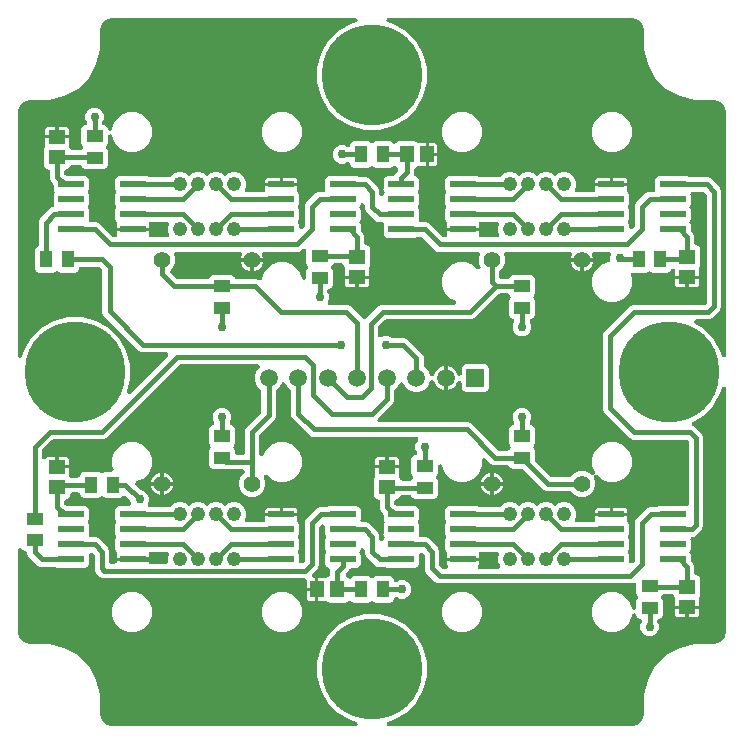
<source format=gbr>
G04 EAGLE Gerber RS-274X export*
G75*
%MOMM*%
%FSLAX34Y34*%
%LPD*%
%INBottom Copper*%
%IPPOS*%
%AMOC8*
5,1,8,0,0,1.08239X$1,22.5*%
G01*
G04 Define Apertures*
%ADD10C,1.397000*%
%ADD11C,1.219200*%
%ADD12R,2.200000X0.600000*%
%ADD13R,1.465300X1.164600*%
%ADD14R,1.420200X1.031200*%
%ADD15C,8.500000*%
%ADD16R,1.164600X1.465300*%
%ADD17R,1.031200X1.420200*%
%ADD18R,1.508000X1.508000*%
%ADD19C,1.508000*%
%ADD20C,0.756400*%
%ADD21C,0.406400*%
G36*
X113050Y299373D02*
X112296Y299079D01*
X111488Y299103D01*
X110753Y299441D01*
X110208Y300038D01*
X109939Y300800D01*
X109988Y301608D01*
X112604Y311370D01*
X112604Y323630D01*
X109431Y335473D01*
X103301Y346091D01*
X94631Y354761D01*
X84013Y360891D01*
X72170Y364064D01*
X59910Y364064D01*
X48067Y360891D01*
X37449Y354761D01*
X28780Y346091D01*
X22649Y335473D01*
X21521Y331261D01*
X21062Y330421D01*
X20410Y329942D01*
X19623Y329756D01*
X18826Y329892D01*
X18144Y330328D01*
X17687Y330995D01*
X17526Y331787D01*
X17526Y537500D01*
X17595Y538026D01*
X18659Y541997D01*
X19185Y542908D01*
X22092Y545815D01*
X23003Y546341D01*
X26974Y547405D01*
X27500Y547474D01*
X44086Y547474D01*
X56809Y550883D01*
X68217Y557469D01*
X77531Y566783D01*
X84117Y578191D01*
X87526Y590914D01*
X87526Y607500D01*
X87595Y608026D01*
X88659Y611997D01*
X89185Y612908D01*
X92092Y615815D01*
X93003Y616341D01*
X96974Y617405D01*
X97500Y617474D01*
X303213Y617474D01*
X304143Y617248D01*
X304774Y616742D01*
X305158Y616030D01*
X305233Y615225D01*
X304988Y614454D01*
X304463Y613840D01*
X303739Y613479D01*
X299527Y612351D01*
X288909Y606221D01*
X280240Y597551D01*
X274109Y586933D01*
X270936Y575090D01*
X270936Y562830D01*
X274109Y550987D01*
X280240Y540369D01*
X288909Y531700D01*
X299527Y525569D01*
X311370Y522396D01*
X323630Y522396D01*
X335473Y525569D01*
X346091Y531700D01*
X354761Y540369D01*
X360891Y550987D01*
X364064Y562830D01*
X364064Y575090D01*
X360891Y586933D01*
X354761Y597551D01*
X346091Y606221D01*
X335473Y612351D01*
X331261Y613479D01*
X330421Y613938D01*
X329942Y614590D01*
X329756Y615377D01*
X329892Y616175D01*
X330328Y616856D01*
X330995Y617313D01*
X331787Y617474D01*
X537500Y617474D01*
X538026Y617405D01*
X541997Y616341D01*
X542908Y615815D01*
X545815Y612908D01*
X546341Y611997D01*
X547405Y608026D01*
X547474Y607500D01*
X547474Y590914D01*
X550883Y578191D01*
X557469Y566783D01*
X566783Y557469D01*
X578191Y550883D01*
X590914Y547474D01*
X607500Y547474D01*
X608026Y547405D01*
X611997Y546341D01*
X612908Y545815D01*
X615815Y542908D01*
X616341Y541997D01*
X617405Y538026D01*
X617474Y537500D01*
X617474Y331787D01*
X617248Y330857D01*
X616742Y330226D01*
X616030Y329842D01*
X615225Y329767D01*
X614454Y330012D01*
X613840Y330538D01*
X613479Y331261D01*
X612351Y335473D01*
X606221Y346091D01*
X597551Y354761D01*
X591226Y358412D01*
X590875Y358668D01*
X590397Y359320D01*
X590211Y360107D01*
X590347Y360905D01*
X590782Y361586D01*
X591449Y362043D01*
X592242Y362204D01*
X603193Y362204D01*
X605433Y363132D01*
X612228Y369927D01*
X613156Y372167D01*
X613156Y471113D01*
X612228Y473353D01*
X604163Y481418D01*
X601923Y482346D01*
X586593Y482346D01*
X585830Y482495D01*
X585736Y482557D01*
X583908Y483314D01*
X560292Y483314D01*
X558798Y482695D01*
X557655Y481552D01*
X557036Y480058D01*
X557036Y472429D01*
X557184Y471743D01*
X557048Y470946D01*
X556612Y470264D01*
X555945Y469807D01*
X555153Y469646D01*
X551237Y469646D01*
X548997Y468718D01*
X540932Y460653D01*
X540004Y458413D01*
X540004Y441517D01*
X539855Y440754D01*
X539409Y440080D01*
X538633Y439304D01*
X538048Y438896D01*
X537261Y438710D01*
X536464Y438845D01*
X535782Y439281D01*
X535325Y439948D01*
X535164Y440741D01*
X535164Y441958D01*
X534433Y443722D01*
X534279Y444484D01*
X534433Y445278D01*
X535164Y447042D01*
X535164Y454658D01*
X534433Y456422D01*
X534279Y457184D01*
X534433Y457978D01*
X535164Y459742D01*
X535164Y467358D01*
X534545Y468852D01*
X533857Y469541D01*
X533435Y470155D01*
X533262Y470945D01*
X533410Y471740D01*
X533640Y472088D01*
X533640Y474726D01*
X506560Y474726D01*
X506560Y471678D01*
X506423Y470946D01*
X505988Y470264D01*
X505321Y469807D01*
X504528Y469646D01*
X491363Y469646D01*
X490645Y469777D01*
X489961Y470207D01*
X489498Y470871D01*
X489331Y471662D01*
X489485Y472456D01*
X490220Y474229D01*
X490220Y478271D01*
X488673Y482005D01*
X485815Y484863D01*
X482081Y486410D01*
X478039Y486410D01*
X474305Y484863D01*
X473877Y484435D01*
X473262Y484014D01*
X472472Y483840D01*
X471677Y483989D01*
X471003Y484435D01*
X470575Y484863D01*
X466841Y486410D01*
X462799Y486410D01*
X459065Y484863D01*
X458637Y484435D01*
X458022Y484014D01*
X457232Y483840D01*
X456437Y483989D01*
X455763Y484435D01*
X455335Y484863D01*
X451601Y486410D01*
X447559Y486410D01*
X443825Y484863D01*
X443397Y484435D01*
X442782Y484014D01*
X441992Y483840D01*
X441197Y483989D01*
X440523Y484435D01*
X440095Y484863D01*
X436361Y486410D01*
X432319Y486410D01*
X428585Y484863D01*
X426663Y482941D01*
X426018Y482507D01*
X425226Y482346D01*
X408793Y482346D01*
X408030Y482495D01*
X407936Y482557D01*
X406108Y483314D01*
X382492Y483314D01*
X380998Y482695D01*
X379855Y481552D01*
X379236Y480058D01*
X379236Y472442D01*
X379967Y470678D01*
X380121Y469916D01*
X379967Y469122D01*
X379236Y467358D01*
X379236Y459742D01*
X379967Y457978D01*
X380121Y457216D01*
X379967Y456422D01*
X379236Y454658D01*
X379236Y447042D01*
X379855Y445548D01*
X380543Y444859D01*
X380965Y444245D01*
X381138Y443455D01*
X380990Y442660D01*
X380760Y442312D01*
X380760Y439674D01*
X407840Y439674D01*
X407840Y442722D01*
X407977Y443455D01*
X408412Y444136D01*
X409079Y444593D01*
X409872Y444754D01*
X423037Y444754D01*
X423755Y444623D01*
X424439Y444193D01*
X424902Y443529D01*
X425069Y442738D01*
X424915Y441944D01*
X424180Y440171D01*
X424180Y436129D01*
X424915Y434356D01*
X425068Y433643D01*
X424933Y432846D01*
X424497Y432164D01*
X423830Y431707D01*
X423037Y431546D01*
X409872Y431546D01*
X409140Y431683D01*
X408458Y432118D01*
X408001Y432785D01*
X407840Y433578D01*
X407840Y436626D01*
X380760Y436626D01*
X380760Y433578D01*
X380623Y432846D01*
X380188Y432164D01*
X379521Y431707D01*
X378728Y431546D01*
X378017Y431546D01*
X377254Y431695D01*
X376580Y432141D01*
X365403Y443318D01*
X363163Y444246D01*
X359247Y444246D01*
X358530Y444377D01*
X357845Y444807D01*
X357382Y445471D01*
X357215Y446262D01*
X357364Y447026D01*
X357364Y454658D01*
X356633Y456422D01*
X356479Y457184D01*
X356633Y457978D01*
X357364Y459742D01*
X357364Y467358D01*
X356633Y469122D01*
X356479Y469884D01*
X356633Y470678D01*
X357364Y472442D01*
X357364Y480058D01*
X356745Y481552D01*
X355602Y482695D01*
X354196Y483278D01*
X353560Y483695D01*
X353103Y484362D01*
X352942Y485155D01*
X352942Y488680D01*
X353085Y489428D01*
X353526Y490105D01*
X354196Y490557D01*
X354971Y490878D01*
X355281Y491188D01*
X355925Y491623D01*
X356718Y491784D01*
X362830Y491784D01*
X362830Y511517D01*
X356718Y511517D01*
X355955Y511665D01*
X355281Y512112D01*
X354971Y512422D01*
X353477Y513041D01*
X340215Y513041D01*
X338721Y512422D01*
X337761Y511462D01*
X337147Y511041D01*
X336357Y510867D01*
X335562Y511015D01*
X334887Y511462D01*
X334153Y512196D01*
X332659Y512815D01*
X320731Y512815D01*
X319237Y512196D01*
X318937Y511896D01*
X318322Y511475D01*
X317532Y511301D01*
X316737Y511450D01*
X316063Y511896D01*
X315763Y512196D01*
X314269Y512815D01*
X302341Y512815D01*
X300847Y512196D01*
X299704Y511053D01*
X299046Y509465D01*
X298639Y508840D01*
X297976Y508378D01*
X297185Y508210D01*
X296391Y508365D01*
X293661Y509496D01*
X290539Y509496D01*
X287656Y508302D01*
X285448Y506094D01*
X284254Y503211D01*
X284254Y500089D01*
X285448Y497206D01*
X287656Y494998D01*
X290539Y493804D01*
X293661Y493804D01*
X296391Y494935D01*
X297120Y495089D01*
X297916Y494947D01*
X298594Y494506D01*
X299046Y493835D01*
X299704Y492247D01*
X300847Y491104D01*
X302341Y490485D01*
X314269Y490485D01*
X315763Y491104D01*
X316063Y491404D01*
X316678Y491825D01*
X317468Y491999D01*
X318263Y491850D01*
X318937Y491404D01*
X319237Y491104D01*
X320731Y490485D01*
X332659Y490485D01*
X334153Y491104D01*
X334887Y491838D01*
X335502Y492259D01*
X336292Y492433D01*
X337087Y492285D01*
X337761Y491838D01*
X338784Y490815D01*
X339237Y490523D01*
X339705Y489863D01*
X339878Y489073D01*
X339730Y488278D01*
X339283Y487604D01*
X337132Y485453D01*
X336766Y484568D01*
X336348Y483932D01*
X335681Y483475D01*
X334888Y483314D01*
X330492Y483314D01*
X328998Y482695D01*
X327855Y481552D01*
X327236Y480058D01*
X327236Y472540D01*
X327188Y472263D01*
X327505Y471791D01*
X327967Y470678D01*
X328121Y469916D01*
X327967Y469122D01*
X327505Y468009D01*
X327132Y467420D01*
X326480Y466941D01*
X325693Y466755D01*
X324896Y466891D01*
X324214Y467327D01*
X323757Y467994D01*
X323596Y468786D01*
X323596Y471014D01*
X323644Y471291D01*
X323327Y471763D01*
X322668Y473353D01*
X314603Y481418D01*
X312363Y482346D01*
X307193Y482346D01*
X306430Y482495D01*
X306336Y482557D01*
X304508Y483314D01*
X280892Y483314D01*
X279398Y482695D01*
X278255Y481552D01*
X277636Y480058D01*
X277636Y472429D01*
X277784Y471743D01*
X277648Y470946D01*
X277212Y470264D01*
X276545Y469807D01*
X275753Y469646D01*
X271837Y469646D01*
X269597Y468718D01*
X261532Y460653D01*
X260604Y458413D01*
X260604Y441517D01*
X260455Y440754D01*
X260009Y440080D01*
X259233Y439304D01*
X258648Y438896D01*
X257861Y438710D01*
X257064Y438845D01*
X256382Y439281D01*
X255925Y439948D01*
X255764Y440741D01*
X255764Y441958D01*
X255033Y443722D01*
X254879Y444484D01*
X255033Y445278D01*
X255764Y447042D01*
X255764Y454658D01*
X255033Y456422D01*
X254879Y457184D01*
X255033Y457978D01*
X255764Y459742D01*
X255764Y467358D01*
X255145Y468852D01*
X254457Y469541D01*
X254035Y470155D01*
X253862Y470945D01*
X254010Y471740D01*
X254240Y472088D01*
X254240Y474726D01*
X227160Y474726D01*
X227160Y471678D01*
X227023Y470946D01*
X226588Y470264D01*
X225921Y469807D01*
X225128Y469646D01*
X211963Y469646D01*
X211245Y469777D01*
X210561Y470207D01*
X210098Y470871D01*
X209931Y471662D01*
X210085Y472456D01*
X210820Y474229D01*
X210820Y478271D01*
X209273Y482005D01*
X206415Y484863D01*
X202681Y486410D01*
X198639Y486410D01*
X194905Y484863D01*
X194477Y484435D01*
X193862Y484014D01*
X193072Y483840D01*
X192277Y483989D01*
X191603Y484435D01*
X191175Y484863D01*
X187441Y486410D01*
X183399Y486410D01*
X179665Y484863D01*
X179237Y484435D01*
X178622Y484014D01*
X177832Y483840D01*
X177037Y483989D01*
X176363Y484435D01*
X175935Y484863D01*
X172201Y486410D01*
X168159Y486410D01*
X164425Y484863D01*
X163997Y484435D01*
X163382Y484014D01*
X162592Y483840D01*
X161797Y483989D01*
X161123Y484435D01*
X160695Y484863D01*
X156961Y486410D01*
X152919Y486410D01*
X149185Y484863D01*
X147263Y482941D01*
X146618Y482507D01*
X145826Y482346D01*
X129393Y482346D01*
X128630Y482495D01*
X128536Y482557D01*
X126708Y483314D01*
X103092Y483314D01*
X101598Y482695D01*
X100455Y481552D01*
X99836Y480058D01*
X99836Y472442D01*
X100567Y470678D01*
X100721Y469916D01*
X100567Y469122D01*
X99836Y467358D01*
X99836Y459742D01*
X100567Y457978D01*
X100721Y457216D01*
X100567Y456422D01*
X99836Y454658D01*
X99836Y447042D01*
X100455Y445548D01*
X101143Y444859D01*
X101565Y444245D01*
X101738Y443455D01*
X101590Y442660D01*
X101360Y442312D01*
X101360Y439674D01*
X128440Y439674D01*
X128440Y442722D01*
X128577Y443455D01*
X129012Y444136D01*
X129679Y444593D01*
X130472Y444754D01*
X143637Y444754D01*
X144355Y444623D01*
X145039Y444193D01*
X145502Y443529D01*
X145669Y442738D01*
X145515Y441944D01*
X144780Y440171D01*
X144780Y436129D01*
X145515Y434356D01*
X145668Y433643D01*
X145533Y432846D01*
X145097Y432164D01*
X144430Y431707D01*
X143637Y431546D01*
X130472Y431546D01*
X129740Y431683D01*
X129058Y432118D01*
X128601Y432785D01*
X128440Y433578D01*
X128440Y436626D01*
X101360Y436626D01*
X101360Y433578D01*
X101223Y432846D01*
X100788Y432164D01*
X100121Y431707D01*
X99328Y431546D01*
X98617Y431546D01*
X97854Y431695D01*
X97180Y432141D01*
X86003Y443318D01*
X83763Y444246D01*
X79847Y444246D01*
X79130Y444377D01*
X78445Y444807D01*
X77982Y445471D01*
X77815Y446262D01*
X77964Y447026D01*
X77964Y454658D01*
X77233Y456422D01*
X77079Y457184D01*
X77233Y457978D01*
X77964Y459742D01*
X77964Y467358D01*
X77233Y469122D01*
X77079Y469884D01*
X77233Y470678D01*
X77964Y472442D01*
X77964Y480058D01*
X77345Y481552D01*
X76202Y482695D01*
X74708Y483314D01*
X59549Y483314D01*
X58786Y483463D01*
X58112Y483909D01*
X57491Y484530D01*
X57057Y485174D01*
X56896Y485967D01*
X56896Y487327D01*
X57033Y488060D01*
X57468Y488741D01*
X58135Y489198D01*
X58928Y489359D01*
X58935Y489359D01*
X60429Y489978D01*
X61572Y491121D01*
X61893Y491896D01*
X62310Y492532D01*
X62977Y492989D01*
X63770Y493150D01*
X69899Y493150D01*
X70647Y493007D01*
X71324Y492566D01*
X71776Y491896D01*
X72004Y491347D01*
X73147Y490204D01*
X74641Y489585D01*
X90459Y489585D01*
X91953Y490204D01*
X93096Y491347D01*
X93715Y492841D01*
X93715Y504769D01*
X93096Y506263D01*
X92796Y506563D01*
X92375Y507178D01*
X92201Y507968D01*
X92350Y508763D01*
X92796Y509437D01*
X93096Y509737D01*
X93715Y511231D01*
X93715Y516706D01*
X93835Y517393D01*
X94254Y518085D01*
X94910Y518558D01*
X95698Y518738D01*
X96495Y518596D01*
X97172Y518155D01*
X97624Y517484D01*
X100196Y511276D01*
X104876Y506596D01*
X110991Y504063D01*
X117609Y504063D01*
X123724Y506596D01*
X128404Y511276D01*
X130937Y517391D01*
X130937Y524009D01*
X128404Y530124D01*
X123724Y534804D01*
X117609Y537337D01*
X110991Y537337D01*
X104876Y534804D01*
X100196Y530124D01*
X97663Y524009D01*
X97663Y523844D01*
X97543Y523157D01*
X97124Y522465D01*
X96468Y521992D01*
X95680Y521812D01*
X94883Y521954D01*
X94206Y522395D01*
X93754Y523066D01*
X93096Y524653D01*
X91953Y525796D01*
X90365Y526454D01*
X89740Y526861D01*
X89278Y527524D01*
X89110Y528315D01*
X89265Y529109D01*
X90396Y531839D01*
X90396Y534961D01*
X89202Y537844D01*
X86994Y540052D01*
X84111Y541246D01*
X80989Y541246D01*
X78106Y540052D01*
X75898Y537844D01*
X74704Y534961D01*
X74704Y531839D01*
X75835Y529109D01*
X75989Y528380D01*
X75847Y527584D01*
X75406Y526906D01*
X74735Y526454D01*
X73147Y525796D01*
X72004Y524653D01*
X71385Y523159D01*
X71385Y511231D01*
X72004Y509737D01*
X72304Y509437D01*
X72725Y508822D01*
X72899Y508032D01*
X72750Y507237D01*
X72304Y506563D01*
X71768Y506028D01*
X71724Y505960D01*
X71057Y505503D01*
X70264Y505342D01*
X63770Y505342D01*
X63022Y505485D01*
X62345Y505926D01*
X61893Y506596D01*
X61572Y507371D01*
X61262Y507681D01*
X60827Y508325D01*
X60667Y509118D01*
X60667Y515230D01*
X40934Y515230D01*
X40934Y509118D01*
X40785Y508355D01*
X40338Y507681D01*
X40028Y507371D01*
X39410Y505877D01*
X39410Y492615D01*
X40028Y491121D01*
X41171Y489978D01*
X42665Y489359D01*
X42672Y489359D01*
X43405Y489222D01*
X44086Y488787D01*
X44543Y488120D01*
X44704Y487327D01*
X44704Y481387D01*
X45632Y479147D01*
X47241Y477538D01*
X47675Y476894D01*
X47836Y476101D01*
X47836Y472442D01*
X48567Y470678D01*
X48721Y469916D01*
X48567Y469122D01*
X47836Y467358D01*
X47836Y459742D01*
X47969Y459422D01*
X48123Y458693D01*
X47981Y457897D01*
X47539Y457219D01*
X46869Y456767D01*
X45061Y456018D01*
X36437Y447394D01*
X35509Y445154D01*
X35509Y425218D01*
X35367Y424471D01*
X34925Y423793D01*
X34255Y423341D01*
X34147Y423296D01*
X33004Y422153D01*
X32385Y420659D01*
X32385Y404841D01*
X33004Y403347D01*
X34147Y402204D01*
X35641Y401585D01*
X47569Y401585D01*
X49063Y402204D01*
X49363Y402504D01*
X49978Y402925D01*
X50768Y403099D01*
X51563Y402950D01*
X52237Y402504D01*
X52537Y402204D01*
X54031Y401585D01*
X65959Y401585D01*
X67453Y402204D01*
X68596Y403347D01*
X69289Y405020D01*
X69352Y405355D01*
X69787Y406036D01*
X70454Y406493D01*
X71247Y406654D01*
X85533Y406654D01*
X86296Y406505D01*
X86970Y406059D01*
X88559Y404470D01*
X88993Y403826D01*
X89154Y403033D01*
X89154Y367863D01*
X90082Y365623D01*
X120485Y335220D01*
X122725Y334292D01*
X143129Y334292D01*
X143831Y334167D01*
X144520Y333742D01*
X144987Y333082D01*
X145161Y332292D01*
X145013Y331497D01*
X144566Y330823D01*
X113388Y299645D01*
X113050Y299373D01*
G37*
%LPC*%
G36*
X237991Y504063D02*
X244609Y504063D01*
X250724Y506596D01*
X255404Y511276D01*
X257937Y517391D01*
X257937Y524009D01*
X255404Y530124D01*
X250724Y534804D01*
X244609Y537337D01*
X237991Y537337D01*
X231876Y534804D01*
X227196Y530124D01*
X224663Y524009D01*
X224663Y517391D01*
X227196Y511276D01*
X231876Y506596D01*
X237991Y504063D01*
G37*
G36*
X517391Y504063D02*
X524009Y504063D01*
X530124Y506596D01*
X534804Y511276D01*
X537337Y517391D01*
X537337Y524009D01*
X534804Y530124D01*
X530124Y534804D01*
X524009Y537337D01*
X517391Y537337D01*
X511276Y534804D01*
X506596Y530124D01*
X504063Y524009D01*
X504063Y517391D01*
X506596Y511276D01*
X511276Y506596D01*
X517391Y504063D01*
G37*
G36*
X390391Y504063D02*
X397009Y504063D01*
X403124Y506596D01*
X407804Y511276D01*
X410337Y517391D01*
X410337Y524009D01*
X407804Y530124D01*
X403124Y534804D01*
X397009Y537337D01*
X390391Y537337D01*
X384276Y534804D01*
X379596Y530124D01*
X377063Y524009D01*
X377063Y517391D01*
X379596Y511276D01*
X384276Y506596D01*
X390391Y504063D01*
G37*
G36*
X52324Y518278D02*
X60667Y518278D01*
X60667Y523629D01*
X59179Y525117D01*
X52324Y525117D01*
X52324Y518278D01*
G37*
G36*
X40934Y518278D02*
X49276Y518278D01*
X49276Y525117D01*
X42421Y525117D01*
X40934Y523629D01*
X40934Y518278D01*
G37*
G36*
X365878Y503174D02*
X372717Y503174D01*
X372717Y510029D01*
X371229Y511517D01*
X365878Y511517D01*
X365878Y503174D01*
G37*
G36*
X365878Y491784D02*
X371229Y491784D01*
X372717Y493271D01*
X372717Y500126D01*
X365878Y500126D01*
X365878Y491784D01*
G37*
G36*
X521624Y477774D02*
X533640Y477774D01*
X533640Y480302D01*
X532152Y481790D01*
X521624Y481790D01*
X521624Y477774D01*
G37*
G36*
X242224Y477774D02*
X254240Y477774D01*
X254240Y480302D01*
X252752Y481790D01*
X242224Y481790D01*
X242224Y477774D01*
G37*
G36*
X227160Y477774D02*
X239176Y477774D01*
X239176Y481790D01*
X228648Y481790D01*
X227160Y480302D01*
X227160Y477774D01*
G37*
G36*
X506560Y477774D02*
X518576Y477774D01*
X518576Y481790D01*
X508048Y481790D01*
X506560Y480302D01*
X506560Y477774D01*
G37*
%LPD*%
G36*
X380469Y151037D02*
X379676Y150876D01*
X378017Y150876D01*
X377254Y151025D01*
X376580Y151471D01*
X374991Y153060D01*
X374557Y153704D01*
X374396Y154497D01*
X374396Y166313D01*
X373468Y168553D01*
X365403Y176618D01*
X363163Y177546D01*
X359247Y177546D01*
X358530Y177677D01*
X357845Y178107D01*
X357382Y178771D01*
X357215Y179562D01*
X357364Y180326D01*
X357364Y187958D01*
X356633Y189722D01*
X356479Y190484D01*
X356633Y191278D01*
X357364Y193042D01*
X357364Y200658D01*
X356745Y202152D01*
X355602Y203295D01*
X354108Y203914D01*
X338949Y203914D01*
X338186Y204063D01*
X337512Y204509D01*
X336891Y205130D01*
X336457Y205774D01*
X336296Y206567D01*
X336296Y207927D01*
X336433Y208660D01*
X336868Y209341D01*
X337535Y209798D01*
X338328Y209959D01*
X338335Y209959D01*
X339829Y210578D01*
X340972Y211721D01*
X341110Y212055D01*
X341528Y212691D01*
X342195Y213148D01*
X342987Y213309D01*
X349482Y213309D01*
X350229Y213167D01*
X350907Y212725D01*
X351359Y212055D01*
X351404Y211947D01*
X352547Y210804D01*
X354041Y210185D01*
X369859Y210185D01*
X371353Y210804D01*
X372496Y211947D01*
X373115Y213441D01*
X373115Y225369D01*
X372496Y226863D01*
X372196Y227163D01*
X371775Y227778D01*
X371601Y228568D01*
X371750Y229363D01*
X372196Y230037D01*
X372496Y230337D01*
X373115Y231831D01*
X373115Y237306D01*
X373235Y237993D01*
X373654Y238685D01*
X374310Y239158D01*
X375098Y239338D01*
X375895Y239196D01*
X376572Y238755D01*
X377024Y238084D01*
X379596Y231876D01*
X384276Y227196D01*
X390391Y224663D01*
X397009Y224663D01*
X403124Y227196D01*
X407804Y231876D01*
X410337Y237991D01*
X410337Y242618D01*
X410462Y243320D01*
X410887Y244009D01*
X411547Y244476D01*
X412337Y244650D01*
X413132Y244502D01*
X413806Y244055D01*
X418224Y239637D01*
X420464Y238709D01*
X432032Y238709D01*
X432779Y238567D01*
X433457Y238125D01*
X433909Y237455D01*
X433954Y237347D01*
X435097Y236204D01*
X436591Y235585D01*
X444257Y235585D01*
X445020Y235436D01*
X445694Y234990D01*
X463094Y217590D01*
X465334Y216662D01*
X484929Y216662D01*
X485691Y216513D01*
X486366Y216067D01*
X489041Y213391D01*
X493102Y211709D01*
X497498Y211709D01*
X501559Y213391D01*
X504667Y216499D01*
X506349Y220560D01*
X506349Y224956D01*
X505191Y227753D01*
X505038Y228433D01*
X505161Y229232D01*
X505586Y229921D01*
X506246Y230388D01*
X507035Y230562D01*
X507830Y230414D01*
X508505Y229967D01*
X511276Y227196D01*
X517391Y224663D01*
X524009Y224663D01*
X530124Y227196D01*
X534804Y231876D01*
X537337Y237991D01*
X537337Y244609D01*
X534804Y250724D01*
X530124Y255404D01*
X524009Y257937D01*
X517391Y257937D01*
X511276Y255404D01*
X506596Y250724D01*
X504063Y244609D01*
X504063Y237991D01*
X506072Y233140D01*
X506225Y232460D01*
X506102Y231660D01*
X505677Y230972D01*
X505017Y230504D01*
X504227Y230331D01*
X503432Y230479D01*
X502758Y230926D01*
X501559Y232125D01*
X497498Y233807D01*
X493102Y233807D01*
X489041Y232125D01*
X486366Y229449D01*
X485721Y229015D01*
X484929Y228854D01*
X469914Y228854D01*
X469151Y229003D01*
X468477Y229449D01*
X456260Y241666D01*
X455826Y242310D01*
X455665Y243103D01*
X455665Y250769D01*
X455046Y252263D01*
X454746Y252563D01*
X454325Y253178D01*
X454151Y253968D01*
X454300Y254763D01*
X454746Y255437D01*
X455046Y255737D01*
X455665Y257231D01*
X455665Y269159D01*
X455046Y270653D01*
X453903Y271796D01*
X452315Y272454D01*
X451690Y272861D01*
X451228Y273524D01*
X451060Y274315D01*
X451215Y275109D01*
X452346Y277839D01*
X452346Y280961D01*
X451152Y283844D01*
X448944Y286052D01*
X446061Y287246D01*
X442939Y287246D01*
X440056Y286052D01*
X437848Y283844D01*
X436654Y280961D01*
X436654Y277839D01*
X437785Y275109D01*
X437939Y274380D01*
X437797Y273584D01*
X437356Y272906D01*
X436685Y272454D01*
X435097Y271796D01*
X433954Y270653D01*
X433335Y269159D01*
X433335Y257231D01*
X433954Y255737D01*
X434254Y255437D01*
X434675Y254822D01*
X434849Y254032D01*
X434700Y253237D01*
X434254Y252563D01*
X433954Y252263D01*
X433909Y252155D01*
X433491Y251519D01*
X432824Y251062D01*
X432032Y250901D01*
X425044Y250901D01*
X424281Y251050D01*
X423607Y251496D01*
X400977Y274126D01*
X398737Y275054D01*
X324141Y275054D01*
X323439Y275179D01*
X322750Y275604D01*
X322283Y276264D01*
X322109Y277054D01*
X322257Y277849D01*
X322704Y278523D01*
X335168Y290987D01*
X336096Y293227D01*
X336096Y301094D01*
X336245Y301856D01*
X336691Y302531D01*
X339837Y305677D01*
X340623Y307573D01*
X341007Y308174D01*
X341663Y308647D01*
X342451Y308827D01*
X343248Y308685D01*
X343925Y308243D01*
X344377Y307573D01*
X345163Y305677D01*
X348427Y302413D01*
X352692Y300646D01*
X357308Y300646D01*
X361573Y302413D01*
X364837Y305677D01*
X366447Y309564D01*
X366832Y310165D01*
X367488Y310638D01*
X368276Y310818D01*
X369072Y310676D01*
X369750Y310235D01*
X370202Y309564D01*
X371455Y306540D01*
X374290Y303705D01*
X377995Y302170D01*
X378476Y302170D01*
X378476Y322330D01*
X377995Y322330D01*
X374290Y320795D01*
X371455Y317960D01*
X370202Y314936D01*
X369818Y314335D01*
X369162Y313862D01*
X368373Y313682D01*
X367577Y313824D01*
X366899Y314265D01*
X366447Y314936D01*
X364837Y318823D01*
X361691Y321969D01*
X361257Y322614D01*
X361096Y323406D01*
X361096Y330235D01*
X360168Y332475D01*
X347115Y345528D01*
X344875Y346456D01*
X335026Y346456D01*
X334263Y346605D01*
X333682Y346989D01*
X330745Y348206D01*
X327623Y348206D01*
X325136Y347176D01*
X324423Y347022D01*
X323626Y347158D01*
X322944Y347593D01*
X322487Y348260D01*
X322326Y349053D01*
X322326Y354773D01*
X322475Y355536D01*
X322921Y356210D01*
X328320Y361609D01*
X328964Y362043D01*
X329757Y362204D01*
X401923Y362204D01*
X404163Y363132D01*
X424535Y383504D01*
X425179Y383938D01*
X425972Y384099D01*
X432032Y384099D01*
X432779Y383957D01*
X433457Y383515D01*
X433909Y382845D01*
X433954Y382737D01*
X434254Y382437D01*
X434675Y381822D01*
X434849Y381032D01*
X434700Y380237D01*
X434254Y379563D01*
X433954Y379263D01*
X433335Y377769D01*
X433335Y365841D01*
X433954Y364347D01*
X435097Y363204D01*
X436685Y362546D01*
X437310Y362139D01*
X437772Y361476D01*
X437940Y360685D01*
X437785Y359891D01*
X436654Y357161D01*
X436654Y354039D01*
X437848Y351156D01*
X440056Y348948D01*
X442939Y347754D01*
X446061Y347754D01*
X448944Y348948D01*
X451152Y351156D01*
X452346Y354039D01*
X452346Y357161D01*
X451215Y359891D01*
X451061Y360620D01*
X451203Y361416D01*
X451644Y362094D01*
X452315Y362546D01*
X453903Y363204D01*
X455046Y364347D01*
X455665Y365841D01*
X455665Y377769D01*
X455046Y379263D01*
X454746Y379563D01*
X454325Y380178D01*
X454151Y380968D01*
X454300Y381763D01*
X454746Y382437D01*
X455046Y382737D01*
X455665Y384231D01*
X455665Y396159D01*
X455046Y397653D01*
X453903Y398796D01*
X452409Y399415D01*
X436591Y399415D01*
X435097Y398796D01*
X433954Y397653D01*
X433909Y397545D01*
X433491Y396909D01*
X432824Y396452D01*
X432032Y396291D01*
X427228Y396291D01*
X426496Y396428D01*
X425814Y396863D01*
X425357Y397530D01*
X425196Y398323D01*
X425196Y401871D01*
X425345Y402633D01*
X425791Y403308D01*
X428467Y405983D01*
X430149Y410044D01*
X430149Y414440D01*
X429277Y416544D01*
X429124Y417257D01*
X429259Y418055D01*
X429695Y418736D01*
X430362Y419193D01*
X431155Y419354D01*
X484895Y419354D01*
X485612Y419223D01*
X486297Y418793D01*
X486760Y418129D01*
X486927Y417338D01*
X486772Y416544D01*
X485775Y414137D01*
X485775Y413766D01*
X504825Y413766D01*
X504825Y414137D01*
X503828Y416544D01*
X503674Y417257D01*
X503810Y418055D01*
X504245Y418736D01*
X504912Y419193D01*
X505705Y419354D01*
X517685Y419354D01*
X518402Y419223D01*
X519087Y418793D01*
X519550Y418129D01*
X519717Y417338D01*
X519562Y416544D01*
X519204Y415680D01*
X519204Y412369D01*
X519067Y411637D01*
X518632Y410955D01*
X517965Y410498D01*
X517601Y410424D01*
X511276Y407804D01*
X506596Y403124D01*
X504063Y397009D01*
X504063Y390391D01*
X506596Y384276D01*
X511276Y379596D01*
X517391Y377063D01*
X524009Y377063D01*
X530124Y379596D01*
X534804Y384276D01*
X537337Y390391D01*
X537337Y397009D01*
X536605Y398775D01*
X536452Y399488D01*
X536587Y400286D01*
X537023Y400967D01*
X537690Y401424D01*
X538483Y401585D01*
X549219Y401585D01*
X550713Y402204D01*
X551013Y402504D01*
X551628Y402925D01*
X552418Y403099D01*
X553213Y402950D01*
X553887Y402504D01*
X554187Y402204D01*
X555681Y401585D01*
X567609Y401585D01*
X569103Y402204D01*
X570246Y403347D01*
X570424Y403776D01*
X570798Y404365D01*
X571450Y404844D01*
X572237Y405030D01*
X573034Y404894D01*
X573715Y404458D01*
X574173Y403791D01*
X574334Y402999D01*
X574334Y399170D01*
X594067Y399170D01*
X594067Y405282D01*
X594215Y406045D01*
X594662Y406719D01*
X594972Y407029D01*
X595591Y408523D01*
X595591Y421785D01*
X594972Y423279D01*
X593829Y424422D01*
X592335Y425041D01*
X592328Y425041D01*
X591596Y425178D01*
X590914Y425613D01*
X590457Y426280D01*
X590296Y427073D01*
X590296Y433013D01*
X589368Y435253D01*
X587759Y436862D01*
X587325Y437506D01*
X587164Y438299D01*
X587164Y441958D01*
X586433Y443722D01*
X586279Y444484D01*
X586433Y445278D01*
X587164Y447042D01*
X587164Y454658D01*
X586433Y456422D01*
X586279Y457184D01*
X586433Y457978D01*
X587164Y459742D01*
X587164Y467371D01*
X587016Y468057D01*
X587152Y468855D01*
X587588Y469536D01*
X588255Y469993D01*
X589047Y470154D01*
X597343Y470154D01*
X598106Y470005D01*
X598780Y469559D01*
X600369Y467970D01*
X600803Y467326D01*
X600964Y466533D01*
X600964Y376747D01*
X600815Y375984D01*
X600369Y375310D01*
X600050Y374991D01*
X599406Y374557D01*
X598613Y374396D01*
X538174Y374396D01*
X535934Y373468D01*
X513926Y351460D01*
X512998Y349220D01*
X512998Y285780D01*
X513926Y283540D01*
X536270Y261196D01*
X538510Y260268D01*
X583692Y260268D01*
X584425Y260131D01*
X585106Y259696D01*
X585563Y259029D01*
X585724Y258236D01*
X585724Y205946D01*
X585587Y205214D01*
X585152Y204532D01*
X584485Y204075D01*
X583692Y203914D01*
X560292Y203914D01*
X558489Y203167D01*
X558400Y203107D01*
X557607Y202946D01*
X552507Y202946D01*
X550267Y202018D01*
X540932Y192683D01*
X540004Y190443D01*
X540004Y158307D01*
X539855Y157544D01*
X539409Y156870D01*
X538633Y156094D01*
X538048Y155686D01*
X537261Y155500D01*
X536464Y155635D01*
X535782Y156071D01*
X535325Y156738D01*
X535164Y157531D01*
X535164Y162558D01*
X534433Y164322D01*
X534279Y165084D01*
X534433Y165878D01*
X535164Y167642D01*
X535164Y175258D01*
X534433Y177022D01*
X534279Y177784D01*
X534433Y178578D01*
X535164Y180342D01*
X535164Y187958D01*
X534545Y189452D01*
X533857Y190141D01*
X533435Y190755D01*
X533262Y191545D01*
X533410Y192340D01*
X533640Y192688D01*
X533640Y195326D01*
X506560Y195326D01*
X506560Y192278D01*
X506423Y191546D01*
X505988Y190864D01*
X505321Y190407D01*
X504528Y190246D01*
X491363Y190246D01*
X490645Y190377D01*
X489961Y190807D01*
X489498Y191471D01*
X489331Y192262D01*
X489485Y193056D01*
X490220Y194829D01*
X490220Y198871D01*
X488673Y202605D01*
X485815Y205463D01*
X482081Y207010D01*
X478039Y207010D01*
X474305Y205463D01*
X473877Y205035D01*
X473262Y204614D01*
X472472Y204440D01*
X471677Y204589D01*
X471003Y205035D01*
X470575Y205463D01*
X466841Y207010D01*
X462799Y207010D01*
X459065Y205463D01*
X458637Y205035D01*
X458022Y204614D01*
X457232Y204440D01*
X456437Y204589D01*
X455763Y205035D01*
X455335Y205463D01*
X451601Y207010D01*
X447559Y207010D01*
X443825Y205463D01*
X443397Y205035D01*
X442782Y204614D01*
X441992Y204440D01*
X441197Y204589D01*
X440523Y205035D01*
X440095Y205463D01*
X436361Y207010D01*
X432319Y207010D01*
X428585Y205463D01*
X426663Y203541D01*
X426018Y203107D01*
X425226Y202946D01*
X408793Y202946D01*
X408030Y203095D01*
X407936Y203157D01*
X406108Y203914D01*
X382492Y203914D01*
X380998Y203295D01*
X379855Y202152D01*
X379236Y200658D01*
X379236Y193042D01*
X379967Y191278D01*
X380121Y190516D01*
X379967Y189722D01*
X379236Y187958D01*
X379236Y180342D01*
X379967Y178578D01*
X380121Y177816D01*
X379967Y177022D01*
X379236Y175258D01*
X379236Y167642D01*
X379855Y166148D01*
X380543Y165459D01*
X380965Y164845D01*
X381138Y164055D01*
X380990Y163260D01*
X380760Y162912D01*
X380760Y160274D01*
X407840Y160274D01*
X407840Y163322D01*
X407977Y164055D01*
X408412Y164736D01*
X409079Y165193D01*
X409872Y165354D01*
X423037Y165354D01*
X423755Y165223D01*
X424439Y164793D01*
X424902Y164129D01*
X425069Y163338D01*
X424915Y162544D01*
X424180Y160771D01*
X424180Y156729D01*
X425441Y153686D01*
X425594Y152973D01*
X425459Y152176D01*
X425023Y151494D01*
X424356Y151037D01*
X423563Y150876D01*
X408924Y150876D01*
X408222Y151001D01*
X407533Y151426D01*
X407066Y152086D01*
X406892Y152876D01*
X407040Y153671D01*
X407487Y154345D01*
X407840Y154698D01*
X407840Y157226D01*
X380760Y157226D01*
X380760Y154698D01*
X381113Y154345D01*
X381521Y153760D01*
X381707Y152973D01*
X381572Y152176D01*
X381136Y151494D01*
X380469Y151037D01*
G37*
%LPC*%
G36*
X493405Y402717D02*
X493776Y402717D01*
X493776Y410718D01*
X485775Y410718D01*
X485775Y410347D01*
X487225Y406847D01*
X489905Y404167D01*
X493405Y402717D01*
G37*
G36*
X496824Y402717D02*
X497195Y402717D01*
X500695Y404167D01*
X503375Y406847D01*
X504825Y410347D01*
X504825Y410718D01*
X496824Y410718D01*
X496824Y402717D01*
G37*
G36*
X575821Y389283D02*
X582676Y389283D01*
X582676Y396122D01*
X574334Y396122D01*
X574334Y390771D01*
X575821Y389283D01*
G37*
G36*
X585724Y389283D02*
X592579Y389283D01*
X594067Y390771D01*
X594067Y396122D01*
X585724Y396122D01*
X585724Y389283D01*
G37*
G36*
X396652Y300646D02*
X413348Y300646D01*
X414842Y301265D01*
X415985Y302408D01*
X416604Y303902D01*
X416604Y320598D01*
X415985Y322092D01*
X414842Y323235D01*
X413348Y323854D01*
X396652Y323854D01*
X395158Y323235D01*
X394015Y322092D01*
X393396Y320598D01*
X393396Y316465D01*
X393276Y315778D01*
X392857Y315087D01*
X392201Y314613D01*
X391413Y314434D01*
X390616Y314576D01*
X389939Y315017D01*
X389487Y315687D01*
X388545Y317960D01*
X385710Y320795D01*
X382005Y322330D01*
X381524Y322330D01*
X381524Y302170D01*
X382005Y302170D01*
X385710Y303705D01*
X388545Y306540D01*
X389487Y308813D01*
X389860Y309401D01*
X390512Y309880D01*
X391299Y310066D01*
X392097Y309930D01*
X392778Y309495D01*
X393235Y308828D01*
X393396Y308035D01*
X393396Y303902D01*
X394015Y302408D01*
X395158Y301265D01*
X396652Y300646D01*
G37*
G36*
X420624Y224282D02*
X428625Y224282D01*
X428625Y224653D01*
X427175Y228153D01*
X424495Y230833D01*
X420995Y232283D01*
X420624Y232283D01*
X420624Y224282D01*
G37*
G36*
X409575Y224282D02*
X417576Y224282D01*
X417576Y232283D01*
X417205Y232283D01*
X413705Y230833D01*
X411025Y228153D01*
X409575Y224653D01*
X409575Y224282D01*
G37*
G36*
X420624Y213233D02*
X420995Y213233D01*
X424495Y214683D01*
X427175Y217363D01*
X428625Y220863D01*
X428625Y221234D01*
X420624Y221234D01*
X420624Y213233D01*
G37*
G36*
X417205Y213233D02*
X417576Y213233D01*
X417576Y221234D01*
X409575Y221234D01*
X409575Y220863D01*
X411025Y217363D01*
X413705Y214683D01*
X417205Y213233D01*
G37*
G36*
X521624Y198374D02*
X533640Y198374D01*
X533640Y200902D01*
X532152Y202390D01*
X521624Y202390D01*
X521624Y198374D01*
G37*
G36*
X506560Y198374D02*
X518576Y198374D01*
X518576Y202390D01*
X508048Y202390D01*
X506560Y200902D01*
X506560Y198374D01*
G37*
%LPD*%
G36*
X311972Y362697D02*
X311182Y362523D01*
X310387Y362671D01*
X309713Y363118D01*
X299335Y373496D01*
X297095Y374424D01*
X281860Y374424D01*
X281142Y374555D01*
X280458Y374985D01*
X279995Y375649D01*
X279828Y376440D01*
X279982Y377234D01*
X280896Y379439D01*
X280896Y382561D01*
X279765Y385291D01*
X279611Y386020D01*
X279753Y386816D01*
X280194Y387494D01*
X280865Y387946D01*
X282453Y388604D01*
X283596Y389747D01*
X284215Y391241D01*
X284215Y403169D01*
X283596Y404663D01*
X283296Y404963D01*
X282875Y405578D01*
X282701Y406368D01*
X282850Y407163D01*
X283296Y407837D01*
X283596Y408137D01*
X283641Y408245D01*
X284059Y408881D01*
X284726Y409338D01*
X285518Y409499D01*
X291647Y409499D01*
X292395Y409356D01*
X293073Y408915D01*
X293525Y408245D01*
X294028Y407029D01*
X294338Y406719D01*
X294773Y406075D01*
X294934Y405282D01*
X294934Y399170D01*
X314667Y399170D01*
X314667Y405282D01*
X314815Y406045D01*
X315262Y406719D01*
X315572Y407029D01*
X316191Y408523D01*
X316191Y421785D01*
X315572Y423279D01*
X314429Y424422D01*
X312935Y425041D01*
X312928Y425041D01*
X312196Y425178D01*
X311514Y425613D01*
X311057Y426280D01*
X310896Y427073D01*
X310896Y433013D01*
X309968Y435253D01*
X308359Y436862D01*
X307925Y437506D01*
X307764Y438299D01*
X307764Y441958D01*
X307033Y443722D01*
X306879Y444484D01*
X307033Y445278D01*
X307764Y447042D01*
X307764Y454560D01*
X307812Y454837D01*
X307495Y455309D01*
X307033Y456422D01*
X306879Y457184D01*
X307033Y457978D01*
X307495Y459091D01*
X307868Y459680D01*
X308520Y460159D01*
X309307Y460345D01*
X310105Y460209D01*
X310786Y459773D01*
X311243Y459106D01*
X311404Y458314D01*
X311404Y456086D01*
X311356Y455809D01*
X311673Y455337D01*
X312332Y453747D01*
X320397Y445682D01*
X322637Y444754D01*
X325353Y444754D01*
X326070Y444623D01*
X326755Y444193D01*
X327218Y443529D01*
X327385Y442738D01*
X327236Y441974D01*
X327236Y434342D01*
X327855Y432848D01*
X328998Y431705D01*
X330492Y431086D01*
X354108Y431086D01*
X355911Y431833D01*
X356000Y431893D01*
X356793Y432054D01*
X358583Y432054D01*
X359346Y431905D01*
X360020Y431459D01*
X371197Y420282D01*
X373437Y419354D01*
X407045Y419354D01*
X407763Y419223D01*
X408448Y418793D01*
X408910Y418129D01*
X409077Y417338D01*
X408923Y416544D01*
X408051Y414440D01*
X408051Y410044D01*
X409210Y407247D01*
X409362Y406567D01*
X409239Y405768D01*
X408814Y405079D01*
X408154Y404612D01*
X407365Y404438D01*
X406570Y404586D01*
X405895Y405033D01*
X403124Y407804D01*
X397009Y410337D01*
X390391Y410337D01*
X384276Y407804D01*
X379596Y403124D01*
X377063Y397009D01*
X377063Y390391D01*
X379596Y384276D01*
X384276Y379596D01*
X387391Y378305D01*
X387980Y377932D01*
X388459Y377280D01*
X388645Y376493D01*
X388509Y375696D01*
X388073Y375014D01*
X387406Y374557D01*
X386614Y374396D01*
X325177Y374396D01*
X322937Y373468D01*
X312587Y363118D01*
X311972Y362697D01*
G37*
%LPC*%
G36*
X306324Y389283D02*
X313179Y389283D01*
X314667Y390771D01*
X314667Y396122D01*
X306324Y396122D01*
X306324Y389283D01*
G37*
G36*
X296421Y389283D02*
X303276Y389283D01*
X303276Y396122D01*
X294934Y396122D01*
X294934Y390771D01*
X296421Y389283D01*
G37*
%LPD*%
G36*
X223438Y395377D02*
X222647Y395209D01*
X221853Y395364D01*
X219616Y396291D01*
X202968Y396291D01*
X202221Y396434D01*
X201543Y396875D01*
X201091Y397545D01*
X201046Y397653D01*
X199903Y398796D01*
X198409Y399415D01*
X182591Y399415D01*
X181097Y398796D01*
X179954Y397653D01*
X179909Y397545D01*
X179491Y396909D01*
X178824Y396452D01*
X178032Y396291D01*
X152922Y396291D01*
X152159Y396440D01*
X151485Y396886D01*
X147164Y401207D01*
X146743Y401821D01*
X146569Y402611D01*
X146718Y403406D01*
X147164Y404081D01*
X149067Y405983D01*
X150749Y410044D01*
X150749Y414440D01*
X149877Y416544D01*
X149724Y417257D01*
X149859Y418055D01*
X150295Y418736D01*
X150962Y419193D01*
X151755Y419354D01*
X205495Y419354D01*
X206212Y419223D01*
X206897Y418793D01*
X207360Y418129D01*
X207527Y417338D01*
X207372Y416544D01*
X206375Y414137D01*
X206375Y413766D01*
X225425Y413766D01*
X225425Y414137D01*
X224428Y416544D01*
X224274Y417257D01*
X224410Y418055D01*
X224845Y418736D01*
X225512Y419193D01*
X226305Y419354D01*
X255213Y419354D01*
X257453Y420282D01*
X258416Y421245D01*
X259001Y421653D01*
X259788Y421839D01*
X260586Y421704D01*
X261267Y421268D01*
X261724Y420601D01*
X261885Y419808D01*
X261885Y409631D01*
X262504Y408137D01*
X262804Y407837D01*
X263225Y407222D01*
X263399Y406432D01*
X263250Y405637D01*
X262804Y404963D01*
X262504Y404663D01*
X261885Y403169D01*
X261885Y397694D01*
X261765Y397007D01*
X261346Y396315D01*
X260690Y395842D01*
X259902Y395662D01*
X259105Y395804D01*
X258428Y396245D01*
X257976Y396916D01*
X255404Y403124D01*
X250724Y407804D01*
X244609Y410337D01*
X237991Y410337D01*
X231876Y407804D01*
X227196Y403124D01*
X224587Y396827D01*
X224532Y396524D01*
X224102Y395839D01*
X223438Y395377D01*
G37*
%LPC*%
G36*
X214005Y402717D02*
X214376Y402717D01*
X214376Y410718D01*
X206375Y410718D01*
X206375Y410347D01*
X207825Y406847D01*
X210505Y404167D01*
X214005Y402717D01*
G37*
G36*
X217424Y402717D02*
X217795Y402717D01*
X221295Y404167D01*
X223975Y406847D01*
X225425Y410347D01*
X225425Y410718D01*
X217424Y410718D01*
X217424Y402717D01*
G37*
%LPD*%
G36*
X258648Y155686D02*
X257861Y155500D01*
X257064Y155635D01*
X256382Y156071D01*
X255925Y156738D01*
X255764Y157531D01*
X255764Y162558D01*
X255033Y164322D01*
X254879Y165084D01*
X255033Y165878D01*
X255764Y167642D01*
X255764Y175258D01*
X255033Y177022D01*
X254879Y177784D01*
X255033Y178578D01*
X255764Y180342D01*
X255764Y187958D01*
X255145Y189452D01*
X254457Y190141D01*
X254035Y190755D01*
X253862Y191545D01*
X254010Y192340D01*
X254240Y192688D01*
X254240Y195326D01*
X227160Y195326D01*
X227160Y192278D01*
X227023Y191546D01*
X226588Y190864D01*
X225921Y190407D01*
X225128Y190246D01*
X211963Y190246D01*
X211245Y190377D01*
X210561Y190807D01*
X210098Y191471D01*
X209931Y192262D01*
X210085Y193056D01*
X210820Y194829D01*
X210820Y198871D01*
X209273Y202605D01*
X206415Y205463D01*
X202681Y207010D01*
X198639Y207010D01*
X194905Y205463D01*
X194477Y205035D01*
X193862Y204614D01*
X193072Y204440D01*
X192277Y204589D01*
X191603Y205035D01*
X191175Y205463D01*
X187441Y207010D01*
X183399Y207010D01*
X179665Y205463D01*
X179237Y205035D01*
X178622Y204614D01*
X177832Y204440D01*
X177037Y204589D01*
X176363Y205035D01*
X175935Y205463D01*
X172201Y207010D01*
X168159Y207010D01*
X164425Y205463D01*
X163997Y205035D01*
X163382Y204614D01*
X162592Y204440D01*
X161797Y204589D01*
X161123Y205035D01*
X160695Y205463D01*
X156961Y207010D01*
X152919Y207010D01*
X149185Y205463D01*
X147263Y203541D01*
X146618Y203107D01*
X145826Y202946D01*
X129448Y202946D01*
X128731Y203077D01*
X128046Y203507D01*
X127583Y204171D01*
X127416Y204962D01*
X127571Y205756D01*
X128496Y207989D01*
X128496Y211111D01*
X127302Y213994D01*
X125094Y216202D01*
X122161Y217417D01*
X121504Y217545D01*
X120830Y217991D01*
X117319Y221502D01*
X116905Y222102D01*
X116725Y222890D01*
X116867Y223686D01*
X117308Y224364D01*
X117979Y224816D01*
X123724Y227196D01*
X128404Y231876D01*
X130937Y237991D01*
X130937Y244609D01*
X128404Y250724D01*
X123724Y255404D01*
X117609Y257937D01*
X110991Y257937D01*
X104876Y255404D01*
X100196Y250724D01*
X97663Y244609D01*
X97663Y237991D01*
X98504Y235959D01*
X98658Y235247D01*
X98522Y234449D01*
X98087Y233768D01*
X97420Y233311D01*
X96627Y233150D01*
X91865Y233150D01*
X90372Y232531D01*
X90072Y232231D01*
X89457Y231810D01*
X88667Y231636D01*
X87872Y231784D01*
X87198Y232231D01*
X86898Y232531D01*
X85404Y233150D01*
X73475Y233150D01*
X71982Y232531D01*
X70839Y231388D01*
X70146Y229715D01*
X70083Y229380D01*
X69647Y228699D01*
X68980Y228242D01*
X68188Y228081D01*
X62699Y228081D01*
X61966Y228217D01*
X61285Y228653D01*
X60827Y229320D01*
X60667Y230113D01*
X60667Y235830D01*
X49276Y235830D01*
X49276Y245717D01*
X42421Y245717D01*
X41315Y244610D01*
X40730Y244202D01*
X39943Y244016D01*
X39146Y244152D01*
X38464Y244588D01*
X38007Y245255D01*
X37846Y246047D01*
X37846Y250633D01*
X37995Y251396D01*
X38441Y252070D01*
X46380Y260009D01*
X47024Y260443D01*
X47817Y260604D01*
X90277Y260604D01*
X92517Y261532D01*
X154494Y323509D01*
X155138Y323943D01*
X155931Y324104D01*
X220538Y324104D01*
X221240Y323979D01*
X221928Y323554D01*
X222396Y322894D01*
X222570Y322104D01*
X222421Y321309D01*
X221975Y320635D01*
X220163Y318823D01*
X218396Y314558D01*
X218396Y309942D01*
X220163Y305677D01*
X223309Y302531D01*
X223743Y301886D01*
X223904Y301094D01*
X223904Y284167D01*
X223755Y283404D01*
X223309Y282730D01*
X210732Y270153D01*
X209804Y267913D01*
X209804Y249428D01*
X209667Y248696D01*
X209232Y248014D01*
X208565Y247557D01*
X207772Y247396D01*
X203697Y247396D01*
X202965Y247533D01*
X202283Y247968D01*
X201826Y248635D01*
X201665Y249428D01*
X201665Y250769D01*
X201046Y252263D01*
X200746Y252563D01*
X200325Y253178D01*
X200151Y253968D01*
X200300Y254763D01*
X200746Y255437D01*
X201046Y255737D01*
X201665Y257231D01*
X201665Y269159D01*
X201046Y270653D01*
X199903Y271796D01*
X198315Y272454D01*
X197690Y272861D01*
X197228Y273524D01*
X197060Y274315D01*
X197215Y275109D01*
X198346Y277839D01*
X198346Y280961D01*
X197152Y283844D01*
X194944Y286052D01*
X192061Y287246D01*
X188939Y287246D01*
X186056Y286052D01*
X183848Y283844D01*
X182654Y280961D01*
X182654Y277839D01*
X183785Y275109D01*
X183939Y274380D01*
X183797Y273584D01*
X183356Y272906D01*
X182685Y272454D01*
X181097Y271796D01*
X179954Y270653D01*
X179335Y269159D01*
X179335Y257231D01*
X179954Y255737D01*
X180254Y255437D01*
X180675Y254822D01*
X180849Y254032D01*
X180700Y253237D01*
X180254Y252563D01*
X179954Y252263D01*
X179335Y250769D01*
X179335Y238841D01*
X179954Y237347D01*
X181097Y236204D01*
X182591Y235585D01*
X191468Y235585D01*
X192246Y235430D01*
X192792Y235204D01*
X207772Y235204D01*
X208505Y235067D01*
X209186Y234632D01*
X209643Y233965D01*
X209804Y233172D01*
X209804Y233129D01*
X209655Y232367D01*
X209209Y231692D01*
X206533Y229017D01*
X204851Y224956D01*
X204851Y220560D01*
X206533Y216499D01*
X209641Y213391D01*
X213702Y211709D01*
X218098Y211709D01*
X222159Y213391D01*
X225267Y216499D01*
X226949Y220560D01*
X226949Y224956D01*
X225791Y227753D01*
X225638Y228433D01*
X225761Y229232D01*
X226186Y229921D01*
X226846Y230388D01*
X227635Y230562D01*
X228430Y230414D01*
X229105Y229967D01*
X231876Y227196D01*
X237991Y224663D01*
X244609Y224663D01*
X250724Y227196D01*
X255404Y231876D01*
X257937Y237991D01*
X257937Y244609D01*
X255404Y250724D01*
X250724Y255404D01*
X244609Y257937D01*
X237991Y257937D01*
X231876Y255404D01*
X227196Y250724D01*
X225905Y247609D01*
X225532Y247020D01*
X224880Y246541D01*
X224093Y246355D01*
X223296Y246491D01*
X222614Y246927D01*
X222157Y247594D01*
X221996Y248386D01*
X221996Y263333D01*
X222145Y264096D01*
X222591Y264770D01*
X235168Y277347D01*
X236096Y279587D01*
X236096Y301094D01*
X236245Y301856D01*
X236691Y302531D01*
X239837Y305677D01*
X240623Y307573D01*
X241007Y308174D01*
X241663Y308647D01*
X242451Y308827D01*
X243248Y308685D01*
X243925Y308243D01*
X244377Y307573D01*
X245163Y305677D01*
X248309Y302531D01*
X248743Y301886D01*
X248904Y301094D01*
X248904Y280997D01*
X249832Y278757D01*
X264799Y263790D01*
X267039Y262862D01*
X354810Y262862D01*
X355513Y262737D01*
X356201Y262312D01*
X356669Y261652D01*
X356842Y260862D01*
X356694Y260067D01*
X356247Y259393D01*
X355298Y258444D01*
X354104Y255561D01*
X354104Y252439D01*
X355235Y249709D01*
X355389Y248980D01*
X355247Y248184D01*
X354806Y247506D01*
X354135Y247054D01*
X352547Y246396D01*
X351404Y245253D01*
X350785Y243759D01*
X350785Y231831D01*
X351404Y230337D01*
X351704Y230037D01*
X352125Y229422D01*
X352299Y228632D01*
X352150Y227837D01*
X351704Y227163D01*
X351404Y226863D01*
X351359Y226755D01*
X350941Y226119D01*
X350274Y225662D01*
X349482Y225501D01*
X343353Y225501D01*
X342605Y225644D01*
X341927Y226085D01*
X341475Y226755D01*
X340972Y227971D01*
X340662Y228281D01*
X340227Y228925D01*
X340067Y229718D01*
X340067Y235830D01*
X320334Y235830D01*
X320334Y229718D01*
X320185Y228955D01*
X319738Y228281D01*
X319428Y227971D01*
X318810Y226477D01*
X318810Y213215D01*
X319428Y211721D01*
X320571Y210578D01*
X322065Y209959D01*
X322072Y209959D01*
X322805Y209822D01*
X323486Y209387D01*
X323943Y208720D01*
X324104Y207927D01*
X324104Y201987D01*
X325032Y199747D01*
X326641Y198138D01*
X327075Y197494D01*
X327236Y196701D01*
X327236Y193042D01*
X327967Y191278D01*
X328121Y190516D01*
X327967Y189722D01*
X327236Y187958D01*
X327236Y180440D01*
X327188Y180163D01*
X327505Y179691D01*
X327967Y178578D01*
X328121Y177816D01*
X327967Y177022D01*
X327505Y175909D01*
X327132Y175320D01*
X326480Y174841D01*
X325693Y174655D01*
X324896Y174791D01*
X324214Y175227D01*
X323757Y175894D01*
X323596Y176686D01*
X323596Y178914D01*
X323644Y179191D01*
X323327Y179663D01*
X322668Y181253D01*
X314603Y189318D01*
X312363Y190246D01*
X309647Y190246D01*
X308930Y190377D01*
X308245Y190807D01*
X307782Y191471D01*
X307615Y192262D01*
X307764Y193026D01*
X307764Y200658D01*
X307145Y202152D01*
X306002Y203295D01*
X304508Y203914D01*
X280892Y203914D01*
X279089Y203167D01*
X279000Y203107D01*
X278207Y202946D01*
X273107Y202946D01*
X270867Y202018D01*
X261532Y192683D01*
X260604Y190443D01*
X260604Y158307D01*
X260455Y157544D01*
X260009Y156870D01*
X259233Y156094D01*
X258648Y155686D01*
G37*
%LPC*%
G36*
X52324Y238878D02*
X60667Y238878D01*
X60667Y244229D01*
X59179Y245717D01*
X52324Y245717D01*
X52324Y238878D01*
G37*
G36*
X331724Y238878D02*
X340067Y238878D01*
X340067Y244229D01*
X338579Y245717D01*
X331724Y245717D01*
X331724Y238878D01*
G37*
G36*
X320334Y238878D02*
X328676Y238878D01*
X328676Y245717D01*
X321821Y245717D01*
X320334Y244229D01*
X320334Y238878D01*
G37*
G36*
X141224Y224282D02*
X149225Y224282D01*
X149225Y224653D01*
X147775Y228153D01*
X145095Y230833D01*
X141595Y232283D01*
X141224Y232283D01*
X141224Y224282D01*
G37*
G36*
X130175Y224282D02*
X138176Y224282D01*
X138176Y232283D01*
X137805Y232283D01*
X134305Y230833D01*
X131625Y228153D01*
X130175Y224653D01*
X130175Y224282D01*
G37*
G36*
X141224Y213233D02*
X141595Y213233D01*
X145095Y214683D01*
X147775Y217363D01*
X149225Y220863D01*
X149225Y221234D01*
X141224Y221234D01*
X141224Y213233D01*
G37*
G36*
X137805Y213233D02*
X138176Y213233D01*
X138176Y221234D01*
X130175Y221234D01*
X130175Y220863D01*
X131625Y217363D01*
X134305Y214683D01*
X137805Y213233D01*
G37*
G36*
X242224Y198374D02*
X254240Y198374D01*
X254240Y200902D01*
X252752Y202390D01*
X242224Y202390D01*
X242224Y198374D01*
G37*
G36*
X227160Y198374D02*
X239176Y198374D01*
X239176Y202390D01*
X228648Y202390D01*
X227160Y200902D01*
X227160Y198374D01*
G37*
%LPD*%
G36*
X304005Y17687D02*
X303213Y17526D01*
X97500Y17526D01*
X96974Y17595D01*
X93003Y18659D01*
X92092Y19185D01*
X89185Y22092D01*
X88659Y23003D01*
X87595Y26974D01*
X87526Y27500D01*
X87526Y44086D01*
X84117Y56809D01*
X77531Y68217D01*
X68217Y77531D01*
X56809Y84117D01*
X44086Y87526D01*
X27500Y87526D01*
X26974Y87595D01*
X23003Y88659D01*
X22092Y89185D01*
X19185Y92092D01*
X18659Y93003D01*
X17595Y96974D01*
X17526Y97500D01*
X17526Y166269D01*
X17651Y166971D01*
X18076Y167659D01*
X18736Y168127D01*
X19526Y168301D01*
X20321Y168152D01*
X20995Y167706D01*
X22347Y166354D01*
X24020Y165661D01*
X24355Y165598D01*
X25036Y165163D01*
X25493Y164496D01*
X25581Y164065D01*
X26582Y161647D01*
X34647Y153582D01*
X36887Y152654D01*
X48407Y152654D01*
X49170Y152505D01*
X49264Y152443D01*
X51092Y151686D01*
X74708Y151686D01*
X76202Y152305D01*
X77345Y153448D01*
X77964Y154942D01*
X77964Y162509D01*
X78089Y163211D01*
X78514Y163900D01*
X79174Y164367D01*
X79964Y164541D01*
X80759Y164393D01*
X81433Y163946D01*
X82209Y163170D01*
X82643Y162526D01*
X82804Y161733D01*
X82804Y149917D01*
X83732Y147677D01*
X87479Y143930D01*
X89719Y143002D01*
X260251Y143002D01*
X260984Y142865D01*
X261665Y142430D01*
X262122Y141763D01*
X262283Y140970D01*
X262283Y134874D01*
X269122Y134874D01*
X269122Y143217D01*
X268503Y143217D01*
X267801Y143342D01*
X267113Y143767D01*
X266645Y144426D01*
X266472Y145216D01*
X266620Y146011D01*
X267066Y146685D01*
X271868Y151487D01*
X272796Y153727D01*
X272796Y185863D01*
X272945Y186626D01*
X273391Y187300D01*
X274167Y188076D01*
X274752Y188484D01*
X275539Y188670D01*
X276337Y188535D01*
X277018Y188099D01*
X277475Y187432D01*
X277636Y186639D01*
X277636Y180342D01*
X278367Y178578D01*
X278521Y177816D01*
X278367Y177022D01*
X277636Y175258D01*
X277636Y167642D01*
X278367Y165878D01*
X278521Y165116D01*
X278367Y164322D01*
X277636Y162558D01*
X277636Y154942D01*
X278255Y153448D01*
X279398Y152305D01*
X280804Y151722D01*
X281440Y151305D01*
X281897Y150638D01*
X282058Y149845D01*
X282058Y146320D01*
X281915Y145572D01*
X281474Y144895D01*
X280804Y144443D01*
X280029Y144122D01*
X279719Y143812D01*
X279075Y143377D01*
X278282Y143217D01*
X272170Y143217D01*
X272170Y123484D01*
X278282Y123484D01*
X279045Y123335D01*
X279719Y122888D01*
X280029Y122578D01*
X281523Y121960D01*
X294785Y121960D01*
X296279Y122578D01*
X297239Y123538D01*
X297853Y123959D01*
X298643Y124133D01*
X299438Y123985D01*
X300113Y123538D01*
X300847Y122804D01*
X302341Y122185D01*
X314269Y122185D01*
X315763Y122804D01*
X316063Y123104D01*
X316678Y123525D01*
X317468Y123699D01*
X318263Y123550D01*
X318937Y123104D01*
X319237Y122804D01*
X320731Y122185D01*
X332659Y122185D01*
X334153Y122804D01*
X335296Y123947D01*
X335954Y125535D01*
X336361Y126160D01*
X337024Y126622D01*
X337815Y126790D01*
X338609Y126635D01*
X341339Y125504D01*
X344461Y125504D01*
X347344Y126698D01*
X349552Y128906D01*
X350746Y131789D01*
X350746Y134911D01*
X349552Y137794D01*
X347344Y140002D01*
X344461Y141196D01*
X341339Y141196D01*
X338609Y140065D01*
X337880Y139911D01*
X337084Y140053D01*
X336406Y140494D01*
X335954Y141165D01*
X335296Y142753D01*
X334153Y143896D01*
X332659Y144515D01*
X320731Y144515D01*
X319237Y143896D01*
X318937Y143596D01*
X318322Y143175D01*
X317532Y143001D01*
X316737Y143150D01*
X316063Y143596D01*
X315763Y143896D01*
X314269Y144515D01*
X302341Y144515D01*
X300847Y143896D01*
X300113Y143162D01*
X299498Y142741D01*
X298708Y142567D01*
X297913Y142715D01*
X297239Y143162D01*
X296216Y144185D01*
X295763Y144477D01*
X295296Y145137D01*
X295122Y145927D01*
X295270Y146722D01*
X295717Y147396D01*
X297868Y149547D01*
X298234Y150432D01*
X298652Y151068D01*
X299319Y151525D01*
X300112Y151686D01*
X304508Y151686D01*
X306002Y152305D01*
X307145Y153448D01*
X307764Y154942D01*
X307764Y162460D01*
X307812Y162737D01*
X307495Y163209D01*
X307033Y164322D01*
X306879Y165084D01*
X307033Y165878D01*
X307495Y166991D01*
X307868Y167580D01*
X308520Y168059D01*
X309307Y168245D01*
X310105Y168109D01*
X310786Y167673D01*
X311243Y167006D01*
X311404Y166214D01*
X311404Y163986D01*
X311356Y163709D01*
X311673Y163237D01*
X312332Y161647D01*
X320397Y153582D01*
X322637Y152654D01*
X327807Y152654D01*
X328570Y152505D01*
X328664Y152443D01*
X330492Y151686D01*
X354108Y151686D01*
X355602Y152305D01*
X356745Y153448D01*
X357364Y154942D01*
X357364Y162509D01*
X357489Y163211D01*
X357914Y163900D01*
X358574Y164367D01*
X359364Y164541D01*
X360159Y164393D01*
X360833Y163946D01*
X361609Y163170D01*
X362043Y162526D01*
X362204Y161733D01*
X362204Y149917D01*
X363132Y147677D01*
X371197Y139612D01*
X373437Y138684D01*
X537153Y138684D01*
X538475Y139232D01*
X539188Y139386D01*
X539986Y139250D01*
X540667Y138814D01*
X541124Y138147D01*
X541285Y137355D01*
X541285Y130231D01*
X541904Y128737D01*
X542204Y128437D01*
X542625Y127822D01*
X542799Y127032D01*
X542650Y126237D01*
X542204Y125563D01*
X541904Y125263D01*
X541285Y123769D01*
X541285Y118294D01*
X541165Y117607D01*
X540746Y116915D01*
X540090Y116442D01*
X539302Y116262D01*
X538505Y116404D01*
X537828Y116845D01*
X537376Y117516D01*
X534804Y123724D01*
X530124Y128404D01*
X524009Y130937D01*
X517391Y130937D01*
X511276Y128404D01*
X506596Y123724D01*
X504063Y117609D01*
X504063Y110991D01*
X506596Y104876D01*
X511276Y100196D01*
X517391Y97663D01*
X524009Y97663D01*
X530124Y100196D01*
X534804Y104876D01*
X537337Y110991D01*
X537337Y111156D01*
X537457Y111843D01*
X537876Y112535D01*
X538532Y113008D01*
X539320Y113188D01*
X540117Y113046D01*
X540794Y112605D01*
X541246Y111934D01*
X541904Y110347D01*
X543047Y109204D01*
X544635Y108546D01*
X545260Y108139D01*
X545722Y107476D01*
X545890Y106685D01*
X545735Y105891D01*
X544604Y103161D01*
X544604Y100039D01*
X545798Y97156D01*
X548006Y94948D01*
X550889Y93754D01*
X554011Y93754D01*
X556894Y94948D01*
X559102Y97156D01*
X560296Y100039D01*
X560296Y103161D01*
X559165Y105891D01*
X559011Y106620D01*
X559153Y107416D01*
X559594Y108094D01*
X560265Y108546D01*
X561853Y109204D01*
X562996Y110347D01*
X563615Y111841D01*
X563615Y123769D01*
X562996Y125263D01*
X562696Y125563D01*
X562275Y126178D01*
X562101Y126968D01*
X562250Y127763D01*
X562696Y128437D01*
X563232Y128972D01*
X563276Y129040D01*
X563943Y129497D01*
X564736Y129658D01*
X571230Y129658D01*
X571978Y129515D01*
X572655Y129074D01*
X573107Y128404D01*
X573428Y127629D01*
X573738Y127319D01*
X574173Y126675D01*
X574334Y125882D01*
X574334Y119770D01*
X594067Y119770D01*
X594067Y125882D01*
X594215Y126645D01*
X594662Y127319D01*
X594972Y127629D01*
X595591Y129123D01*
X595591Y142385D01*
X594972Y143879D01*
X593829Y145022D01*
X592335Y145641D01*
X592328Y145641D01*
X591596Y145778D01*
X590914Y146213D01*
X590457Y146880D01*
X590296Y147673D01*
X590296Y153613D01*
X589368Y155853D01*
X587759Y157462D01*
X587325Y158106D01*
X587164Y158899D01*
X587164Y162558D01*
X586433Y164322D01*
X586279Y165084D01*
X586433Y165878D01*
X587164Y167642D01*
X587164Y175271D01*
X587016Y175957D01*
X587152Y176755D01*
X587588Y177436D01*
X588255Y177893D01*
X589047Y178054D01*
X589223Y178054D01*
X591463Y178982D01*
X596988Y184507D01*
X597916Y186747D01*
X597916Y262833D01*
X596988Y265073D01*
X590529Y271532D01*
X589643Y271899D01*
X589249Y272116D01*
X588694Y272705D01*
X588413Y273463D01*
X588450Y274271D01*
X588799Y275001D01*
X589404Y275536D01*
X597551Y280240D01*
X606221Y288909D01*
X612351Y299527D01*
X613479Y303739D01*
X613938Y304579D01*
X614590Y305058D01*
X615377Y305244D01*
X616175Y305108D01*
X616856Y304672D01*
X617313Y304005D01*
X617474Y303213D01*
X617474Y97500D01*
X617405Y96974D01*
X616341Y93003D01*
X615815Y92092D01*
X612908Y89185D01*
X611997Y88659D01*
X608026Y87595D01*
X607500Y87526D01*
X590914Y87526D01*
X578191Y84117D01*
X566783Y77531D01*
X557469Y68217D01*
X550883Y56809D01*
X547474Y44086D01*
X547474Y27500D01*
X547405Y26974D01*
X546341Y23003D01*
X545815Y22092D01*
X542908Y19185D01*
X541997Y18659D01*
X538026Y17595D01*
X537500Y17526D01*
X331787Y17526D01*
X330857Y17752D01*
X330226Y18258D01*
X329842Y18970D01*
X329767Y19775D01*
X330012Y20546D01*
X330538Y21160D01*
X331261Y21521D01*
X335473Y22649D01*
X346091Y28780D01*
X354761Y37449D01*
X360891Y48067D01*
X364064Y59910D01*
X364064Y72170D01*
X360891Y84013D01*
X354761Y94631D01*
X346091Y103301D01*
X335473Y109431D01*
X323630Y112604D01*
X311370Y112604D01*
X299527Y109431D01*
X288909Y103301D01*
X280240Y94631D01*
X274109Y84013D01*
X270936Y72170D01*
X270936Y59910D01*
X274109Y48067D01*
X280240Y37449D01*
X288909Y28780D01*
X299527Y22649D01*
X303739Y21521D01*
X304579Y21062D01*
X305058Y20410D01*
X305244Y19623D01*
X305108Y18826D01*
X304672Y18144D01*
X304005Y17687D01*
G37*
%LPC*%
G36*
X263771Y123484D02*
X269122Y123484D01*
X269122Y131826D01*
X262283Y131826D01*
X262283Y124971D01*
X263771Y123484D01*
G37*
G36*
X390391Y97663D02*
X397009Y97663D01*
X403124Y100196D01*
X407804Y104876D01*
X410337Y110991D01*
X410337Y117609D01*
X407804Y123724D01*
X403124Y128404D01*
X397009Y130937D01*
X390391Y130937D01*
X384276Y128404D01*
X379596Y123724D01*
X377063Y117609D01*
X377063Y110991D01*
X379596Y104876D01*
X384276Y100196D01*
X390391Y97663D01*
G37*
G36*
X237991Y97663D02*
X244609Y97663D01*
X250724Y100196D01*
X255404Y104876D01*
X257937Y110991D01*
X257937Y117609D01*
X255404Y123724D01*
X250724Y128404D01*
X244609Y130937D01*
X237991Y130937D01*
X231876Y128404D01*
X227196Y123724D01*
X224663Y117609D01*
X224663Y110991D01*
X227196Y104876D01*
X231876Y100196D01*
X237991Y97663D01*
G37*
G36*
X110991Y97663D02*
X117609Y97663D01*
X123724Y100196D01*
X128404Y104876D01*
X130937Y110991D01*
X130937Y117609D01*
X128404Y123724D01*
X123724Y128404D01*
X117609Y130937D01*
X110991Y130937D01*
X104876Y128404D01*
X100196Y123724D01*
X97663Y117609D01*
X97663Y110991D01*
X100196Y104876D01*
X104876Y100196D01*
X110991Y97663D01*
G37*
G36*
X585724Y109883D02*
X592579Y109883D01*
X594067Y111371D01*
X594067Y116722D01*
X585724Y116722D01*
X585724Y109883D01*
G37*
G36*
X575821Y109883D02*
X582676Y109883D01*
X582676Y116722D01*
X574334Y116722D01*
X574334Y111371D01*
X575821Y109883D01*
G37*
%LPD*%
G36*
X100121Y155355D02*
X99328Y155194D01*
X97028Y155194D01*
X96296Y155331D01*
X95614Y155766D01*
X95157Y156433D01*
X94996Y157226D01*
X94996Y166313D01*
X94068Y168553D01*
X86003Y176618D01*
X83763Y177546D01*
X79847Y177546D01*
X79130Y177677D01*
X78445Y178107D01*
X77982Y178771D01*
X77815Y179562D01*
X77964Y180326D01*
X77964Y187958D01*
X77233Y189722D01*
X77079Y190484D01*
X77233Y191278D01*
X77964Y193042D01*
X77964Y200658D01*
X77345Y202152D01*
X76202Y203295D01*
X74708Y203914D01*
X59549Y203914D01*
X58786Y204063D01*
X58112Y204509D01*
X57491Y205130D01*
X57057Y205774D01*
X56896Y206567D01*
X56896Y207927D01*
X57033Y208660D01*
X57468Y209341D01*
X58135Y209798D01*
X58928Y209959D01*
X58935Y209959D01*
X60429Y210578D01*
X61572Y211721D01*
X62191Y213215D01*
X62191Y213857D01*
X62327Y214589D01*
X62763Y215271D01*
X63430Y215728D01*
X64223Y215889D01*
X68188Y215889D01*
X68920Y215752D01*
X69602Y215316D01*
X70059Y214649D01*
X70133Y214286D01*
X70839Y212582D01*
X71982Y211439D01*
X73475Y210820D01*
X85404Y210820D01*
X86898Y211439D01*
X87198Y211739D01*
X87813Y212160D01*
X88602Y212334D01*
X89397Y212185D01*
X90072Y211739D01*
X90372Y211439D01*
X91865Y210820D01*
X103794Y210820D01*
X105288Y211439D01*
X106277Y212428D01*
X106892Y212849D01*
X107682Y213023D01*
X108477Y212875D01*
X109151Y212428D01*
X112209Y209370D01*
X112643Y208726D01*
X112782Y208043D01*
X113328Y206724D01*
X113482Y206011D01*
X113346Y205214D01*
X112911Y204532D01*
X112244Y204075D01*
X111451Y203914D01*
X103092Y203914D01*
X101598Y203295D01*
X100455Y202152D01*
X99836Y200658D01*
X99836Y193042D01*
X100567Y191278D01*
X100721Y190516D01*
X100567Y189722D01*
X99836Y187958D01*
X99836Y180342D01*
X100567Y178578D01*
X100721Y177816D01*
X100567Y177022D01*
X99836Y175258D01*
X99836Y167642D01*
X100455Y166148D01*
X101143Y165459D01*
X101565Y164845D01*
X101738Y164055D01*
X101590Y163260D01*
X101360Y162912D01*
X101360Y160274D01*
X128440Y160274D01*
X128440Y163322D01*
X128577Y164055D01*
X129012Y164736D01*
X129679Y165193D01*
X130472Y165354D01*
X143637Y165354D01*
X144355Y165223D01*
X145039Y164793D01*
X145502Y164129D01*
X145669Y163338D01*
X145515Y162544D01*
X144780Y160771D01*
X144780Y157226D01*
X144643Y156494D01*
X144208Y155812D01*
X143541Y155355D01*
X142748Y155194D01*
X130472Y155194D01*
X129740Y155331D01*
X129058Y155766D01*
X128601Y156433D01*
X128440Y157226D01*
X101360Y157226D01*
X101223Y156494D01*
X100788Y155812D01*
X100121Y155355D01*
G37*
D10*
X139700Y412242D03*
X215900Y412242D03*
D11*
X170180Y438150D03*
X170180Y476250D03*
X154940Y438150D03*
X154940Y476250D03*
X185420Y438150D03*
X185420Y476250D03*
X200660Y438150D03*
X200660Y476250D03*
D12*
X114900Y463550D03*
X62900Y463550D03*
X114900Y476250D03*
X114900Y450850D03*
X114900Y438150D03*
X62900Y476250D03*
X62900Y450850D03*
X62900Y438150D03*
D10*
X419100Y412242D03*
X495300Y412242D03*
D11*
X449580Y438150D03*
X449580Y476250D03*
X434340Y438150D03*
X434340Y476250D03*
X464820Y438150D03*
X464820Y476250D03*
X480060Y438150D03*
X480060Y476250D03*
D10*
X495300Y222758D03*
X419100Y222758D03*
D11*
X464820Y196850D03*
X464820Y158750D03*
X480060Y196850D03*
X480060Y158750D03*
X449580Y196850D03*
X449580Y158750D03*
X434340Y196850D03*
X434340Y158750D03*
D10*
X215900Y222758D03*
X139700Y222758D03*
D11*
X185420Y196850D03*
X185420Y158750D03*
X200660Y196850D03*
X200660Y158750D03*
X170180Y196850D03*
X170180Y158750D03*
X154940Y196850D03*
X154940Y158750D03*
D13*
X50800Y499246D03*
X50800Y516754D03*
D14*
X190500Y390195D03*
X190500Y371805D03*
D15*
X317500Y568960D03*
X568960Y317500D03*
X317500Y66040D03*
X66040Y317500D03*
D14*
X82550Y498805D03*
X82550Y517195D03*
D12*
X240700Y450850D03*
X292700Y450850D03*
X240700Y438150D03*
X240700Y463550D03*
X240700Y476250D03*
X292700Y438150D03*
X292700Y463550D03*
X292700Y476250D03*
D13*
X304800Y415154D03*
X304800Y397646D03*
D14*
X273050Y415595D03*
X273050Y397205D03*
X444500Y390195D03*
X444500Y371805D03*
X444500Y244805D03*
X444500Y263195D03*
X190500Y244805D03*
X190500Y263195D03*
D12*
X394300Y463550D03*
X342300Y463550D03*
X394300Y476250D03*
X394300Y450850D03*
X394300Y438150D03*
X342300Y476250D03*
X342300Y450850D03*
X342300Y438150D03*
D16*
X346846Y501650D03*
X364354Y501650D03*
D17*
X326695Y501650D03*
X308305Y501650D03*
D12*
X520100Y450850D03*
X572100Y450850D03*
X520100Y438150D03*
X520100Y463550D03*
X520100Y476250D03*
X572100Y438150D03*
X572100Y463550D03*
X572100Y476250D03*
D13*
X584200Y415154D03*
X584200Y397646D03*
D17*
X561645Y412750D03*
X543255Y412750D03*
D12*
X520100Y171450D03*
X572100Y171450D03*
X520100Y158750D03*
X520100Y184150D03*
X520100Y196850D03*
X572100Y158750D03*
X572100Y184150D03*
X572100Y196850D03*
D13*
X584200Y135754D03*
X584200Y118246D03*
D14*
X552450Y136195D03*
X552450Y117805D03*
D12*
X394300Y184150D03*
X342300Y184150D03*
X394300Y196850D03*
X394300Y171450D03*
X394300Y158750D03*
X342300Y196850D03*
X342300Y171450D03*
X342300Y158750D03*
D13*
X330200Y219846D03*
X330200Y237354D03*
D14*
X361950Y219405D03*
X361950Y237795D03*
D12*
X240700Y171450D03*
X292700Y171450D03*
X240700Y158750D03*
X240700Y184150D03*
X240700Y196850D03*
X292700Y158750D03*
X292700Y184150D03*
X292700Y196850D03*
D16*
X288154Y133350D03*
X270646Y133350D03*
D17*
X308305Y133350D03*
X326695Y133350D03*
D12*
X114900Y184150D03*
X62900Y184150D03*
X114900Y196850D03*
X114900Y171450D03*
X114900Y158750D03*
X62900Y196850D03*
X62900Y171450D03*
X62900Y158750D03*
D13*
X50800Y219846D03*
X50800Y237354D03*
D17*
X79440Y221985D03*
X97830Y221985D03*
X59995Y412750D03*
X41605Y412750D03*
D14*
X31750Y193345D03*
X31750Y174955D03*
D18*
X405000Y312250D03*
D19*
X380000Y312250D03*
X355000Y312250D03*
X330000Y312250D03*
X305000Y312250D03*
X280000Y312250D03*
X255000Y312250D03*
X230000Y312250D03*
D20*
X495300Y476250D03*
X419100Y127000D03*
X139700Y133350D03*
X215900Y476250D03*
X330200Y412750D03*
D21*
X139700Y158750D02*
X114900Y158750D01*
D20*
X139700Y158750D03*
D21*
X326695Y133350D02*
X342900Y133350D01*
D20*
X342900Y133350D03*
D21*
X190500Y263195D02*
X190500Y279400D01*
D20*
X190500Y279400D03*
D21*
X361950Y254000D02*
X361950Y237795D01*
D20*
X361950Y254000D03*
D21*
X444500Y263195D02*
X444500Y279400D01*
D20*
X444500Y279400D03*
D21*
X444500Y355600D02*
X444500Y371805D01*
D20*
X444500Y355600D03*
D21*
X552450Y117805D02*
X552450Y101600D01*
D20*
X552450Y101600D03*
D21*
X308305Y501650D02*
X292100Y501650D01*
D20*
X292100Y501650D03*
D21*
X273050Y397205D02*
X273050Y381000D01*
D20*
X273050Y381000D03*
D21*
X190500Y371805D02*
X190500Y355600D01*
D20*
X190500Y355600D03*
D21*
X82550Y517195D02*
X82550Y533400D01*
D20*
X82550Y533400D03*
D21*
X97830Y221985D02*
X108215Y221985D01*
X120650Y209550D01*
D20*
X120650Y209550D03*
X527050Y414119D03*
D21*
X528419Y412750D02*
X543255Y412750D01*
X528419Y412750D02*
X527050Y414119D01*
X62900Y450850D02*
X48514Y450850D01*
X41605Y443941D01*
X41605Y412750D01*
X38100Y158750D02*
X62900Y158750D01*
X38100Y158750D02*
X31750Y165100D01*
X31750Y174955D01*
X50800Y499246D02*
X82109Y499246D01*
X82550Y498805D01*
X50800Y499246D02*
X50800Y482600D01*
X57150Y476250D01*
X62900Y476250D01*
X292700Y476250D02*
X311150Y476250D01*
X317500Y469900D01*
X317500Y457200D01*
X323850Y450850D01*
X342300Y450850D01*
X292700Y463550D02*
X273050Y463550D01*
X266700Y457200D01*
X266700Y438150D01*
X254000Y425450D02*
X95250Y425450D01*
X82550Y438150D01*
X62900Y438150D01*
X254000Y425450D02*
X266700Y438150D01*
X304800Y431800D02*
X304800Y415154D01*
X304800Y431800D02*
X298450Y438150D01*
X292700Y438150D01*
X304359Y415595D02*
X273050Y415595D01*
X304359Y415595D02*
X304800Y415154D01*
X240700Y463550D02*
X198120Y463550D01*
X185420Y476250D01*
X198120Y450850D02*
X240700Y450850D01*
X198120Y450850D02*
X185420Y438150D01*
X200660Y438150D02*
X240700Y438150D01*
X157480Y450850D02*
X114900Y450850D01*
X157480Y450850D02*
X170180Y438150D01*
X157480Y463550D02*
X114900Y463550D01*
X157480Y463550D02*
X170180Y476250D01*
X154940Y476250D02*
X114900Y476250D01*
X466547Y222758D02*
X495300Y222758D01*
X255000Y282210D02*
X255000Y312250D01*
X444500Y244805D02*
X466547Y222758D01*
X444500Y244805D02*
X421677Y244805D01*
X268252Y268958D02*
X255000Y282210D01*
X397524Y268958D02*
X421677Y244805D01*
X397524Y268958D02*
X268252Y268958D01*
X215900Y241300D02*
X215900Y222758D01*
X215900Y241300D02*
X215900Y266700D01*
X230000Y280800D01*
X230000Y312250D01*
X190500Y244805D02*
X194005Y241300D01*
X215900Y241300D01*
X346846Y486546D02*
X346846Y501650D01*
X346846Y486546D02*
X342300Y482000D01*
X342300Y476250D01*
X346846Y501650D02*
X326695Y501650D01*
X342300Y438150D02*
X361950Y438150D01*
X374650Y425450D01*
X533400Y425450D01*
X546100Y438150D01*
X546100Y457200D01*
X552450Y463550D01*
X572100Y463550D01*
X584200Y431800D02*
X584200Y415154D01*
X584200Y431800D02*
X577850Y438150D01*
X572100Y438150D01*
X584200Y415154D02*
X584200Y412750D01*
X561645Y412750D01*
X520100Y463550D02*
X477520Y463550D01*
X464820Y476250D01*
X477520Y450850D02*
X520100Y450850D01*
X477520Y450850D02*
X464820Y438150D01*
X480060Y438150D02*
X520100Y438150D01*
X436880Y450850D02*
X394300Y450850D01*
X436880Y450850D02*
X449580Y438150D01*
X436880Y463550D02*
X394300Y463550D01*
X436880Y463550D02*
X449580Y476250D01*
X434340Y476250D02*
X394300Y476250D01*
X584200Y152400D02*
X584200Y135754D01*
X584200Y152400D02*
X577850Y158750D01*
X572100Y158750D01*
X584200Y135754D02*
X552891Y135754D01*
X552450Y136195D01*
X553720Y196850D02*
X572100Y196850D01*
X553720Y196850D02*
X546100Y189230D01*
X546100Y154940D01*
X535940Y144780D01*
X374650Y144780D01*
X368300Y151130D01*
X368300Y165100D01*
X361950Y171450D01*
X342300Y171450D01*
X330200Y203200D02*
X330200Y219846D01*
X330200Y203200D02*
X336550Y196850D01*
X342300Y196850D01*
X330641Y219405D02*
X361950Y219405D01*
X330641Y219405D02*
X330200Y219846D01*
X394300Y171450D02*
X436880Y171450D01*
X449580Y158750D01*
X436880Y184150D02*
X394300Y184150D01*
X436880Y184150D02*
X449580Y196850D01*
X434340Y196850D02*
X394300Y196850D01*
X477520Y184150D02*
X520100Y184150D01*
X477520Y184150D02*
X464820Y196850D01*
X477520Y171450D02*
X520100Y171450D01*
X477520Y171450D02*
X464820Y158750D01*
X480060Y158750D02*
X520100Y158750D01*
X342300Y158750D02*
X323850Y158750D01*
X317500Y165100D01*
X317500Y177800D01*
X311150Y184150D01*
X292700Y184150D01*
X308305Y133350D02*
X307204Y131639D01*
X307204Y133350D02*
X288154Y133350D01*
X307204Y133350D02*
X307204Y131639D01*
X288154Y133350D02*
X288154Y148454D01*
X292700Y153000D01*
X292700Y158750D01*
X292700Y196850D02*
X274320Y196850D01*
X266700Y189230D01*
X266700Y154940D01*
X88900Y151130D02*
X88900Y165100D01*
X82550Y171450D01*
X62900Y171450D01*
X90932Y149098D02*
X260858Y149098D01*
X266700Y154940D01*
X90932Y149098D02*
X88900Y151130D01*
X62900Y196850D02*
X57150Y196850D01*
X50800Y203200D01*
X50800Y219846D01*
X52939Y221985D02*
X79440Y221985D01*
X52939Y221985D02*
X50800Y219846D01*
X114900Y171450D02*
X157480Y171450D01*
X170180Y158750D01*
X157480Y184150D02*
X114900Y184150D01*
X157480Y184150D02*
X170180Y196850D01*
X154940Y196850D02*
X114900Y196850D01*
X198120Y184150D02*
X240700Y184150D01*
X198120Y184150D02*
X185420Y196850D01*
X198120Y171450D02*
X240700Y171450D01*
X198120Y171450D02*
X185420Y158750D01*
X200660Y158750D02*
X240700Y158750D01*
X31750Y193345D02*
X31750Y254000D01*
X330000Y294440D02*
X330000Y312250D01*
X330000Y294440D02*
X317500Y281940D01*
X283210Y281940D01*
X267208Y297942D01*
X267208Y323342D01*
X260350Y330200D01*
X152564Y330200D01*
X89064Y266700D01*
X44450Y266700D01*
X31750Y254000D01*
X572100Y184150D02*
X588010Y184150D01*
X591820Y187960D01*
X591820Y261620D01*
X601980Y368300D02*
X607060Y373380D01*
X607060Y469900D01*
X600710Y476250D01*
X572100Y476250D01*
X587076Y266364D02*
X591820Y261620D01*
X587076Y266364D02*
X539723Y266364D01*
X539387Y368300D02*
X601980Y368300D01*
X539387Y368300D02*
X519094Y348007D01*
X519094Y286993D02*
X539723Y266364D01*
X519094Y286993D02*
X519094Y348007D01*
X305000Y359210D02*
X305000Y312250D01*
X190500Y390195D02*
X149555Y390195D01*
X139700Y400050D01*
X139700Y412242D01*
X190500Y390195D02*
X218403Y390195D01*
X295882Y368328D02*
X305000Y359210D01*
X295882Y368328D02*
X240270Y368328D01*
X218403Y390195D01*
X326390Y368300D02*
X400710Y368300D01*
X419100Y393700D02*
X419100Y412242D01*
X422605Y390195D02*
X444500Y390195D01*
X422605Y390195D02*
X419100Y393700D01*
X422605Y390195D02*
X400710Y368300D01*
X296057Y296193D02*
X280000Y312250D01*
X316230Y358140D02*
X326390Y368300D01*
X308610Y296193D02*
X296057Y296193D01*
X316230Y303813D02*
X316230Y358140D01*
X316230Y303813D02*
X308610Y296193D01*
X88900Y412750D02*
X59995Y412750D01*
X88900Y412750D02*
X95250Y406400D01*
X95250Y369076D01*
X123938Y340388D02*
X291366Y340388D01*
X123938Y340388D02*
X95250Y369076D01*
X355000Y329022D02*
X355000Y312250D01*
X355000Y329022D02*
X343662Y340360D01*
X329184Y340360D01*
D20*
X329184Y340360D03*
X291366Y340388D03*
M02*

</source>
